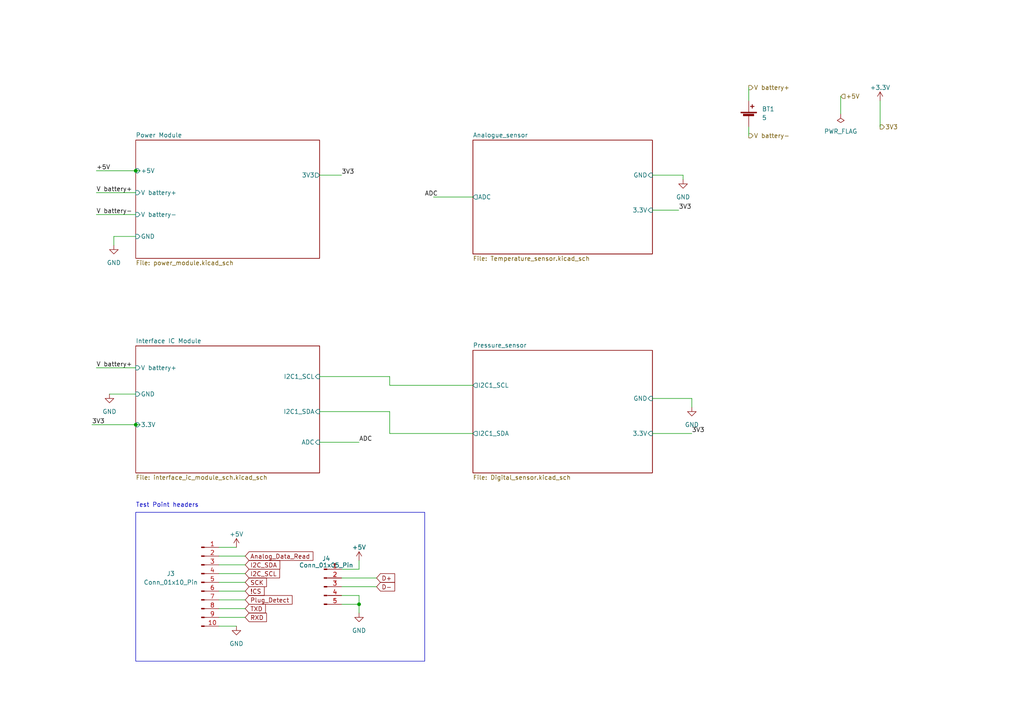
<source format=kicad_sch>
(kicad_sch (version 20230121) (generator eeschema)

  (uuid fb343421-d6b0-4cce-ac68-099621c469ba)

  (paper "A4")

  (title_block
    (title "HAT Modular")
    (date "2023-04-13")
    (rev "v0.21")
    (company "University of Cape Town")
    (comment 4 "Author: Joachim Gengan, Sayuri Moodley, Talon Sewnath")
  )

  (lib_symbols
    (symbol "Connector:Conn_01x05_Pin" (pin_names (offset 1.016) hide) (in_bom yes) (on_board yes)
      (property "Reference" "J" (at 0 7.62 0)
        (effects (font (size 1.27 1.27)))
      )
      (property "Value" "Conn_01x05_Pin" (at 0 -7.62 0)
        (effects (font (size 1.27 1.27)))
      )
      (property "Footprint" "" (at 0 0 0)
        (effects (font (size 1.27 1.27)) hide)
      )
      (property "Datasheet" "~" (at 0 0 0)
        (effects (font (size 1.27 1.27)) hide)
      )
      (property "ki_locked" "" (at 0 0 0)
        (effects (font (size 1.27 1.27)))
      )
      (property "ki_keywords" "connector" (at 0 0 0)
        (effects (font (size 1.27 1.27)) hide)
      )
      (property "ki_description" "Generic connector, single row, 01x05, script generated" (at 0 0 0)
        (effects (font (size 1.27 1.27)) hide)
      )
      (property "ki_fp_filters" "Connector*:*_1x??_*" (at 0 0 0)
        (effects (font (size 1.27 1.27)) hide)
      )
      (symbol "Conn_01x05_Pin_1_1"
        (polyline
          (pts
            (xy 1.27 -5.08)
            (xy 0.8636 -5.08)
          )
          (stroke (width 0.1524) (type default))
          (fill (type none))
        )
        (polyline
          (pts
            (xy 1.27 -2.54)
            (xy 0.8636 -2.54)
          )
          (stroke (width 0.1524) (type default))
          (fill (type none))
        )
        (polyline
          (pts
            (xy 1.27 0)
            (xy 0.8636 0)
          )
          (stroke (width 0.1524) (type default))
          (fill (type none))
        )
        (polyline
          (pts
            (xy 1.27 2.54)
            (xy 0.8636 2.54)
          )
          (stroke (width 0.1524) (type default))
          (fill (type none))
        )
        (polyline
          (pts
            (xy 1.27 5.08)
            (xy 0.8636 5.08)
          )
          (stroke (width 0.1524) (type default))
          (fill (type none))
        )
        (rectangle (start 0.8636 -4.953) (end 0 -5.207)
          (stroke (width 0.1524) (type default))
          (fill (type outline))
        )
        (rectangle (start 0.8636 -2.413) (end 0 -2.667)
          (stroke (width 0.1524) (type default))
          (fill (type outline))
        )
        (rectangle (start 0.8636 0.127) (end 0 -0.127)
          (stroke (width 0.1524) (type default))
          (fill (type outline))
        )
        (rectangle (start 0.8636 2.667) (end 0 2.413)
          (stroke (width 0.1524) (type default))
          (fill (type outline))
        )
        (rectangle (start 0.8636 5.207) (end 0 4.953)
          (stroke (width 0.1524) (type default))
          (fill (type outline))
        )
        (pin passive line (at 5.08 5.08 180) (length 3.81)
          (name "Pin_1" (effects (font (size 1.27 1.27))))
          (number "1" (effects (font (size 1.27 1.27))))
        )
        (pin passive line (at 5.08 2.54 180) (length 3.81)
          (name "Pin_2" (effects (font (size 1.27 1.27))))
          (number "2" (effects (font (size 1.27 1.27))))
        )
        (pin passive line (at 5.08 0 180) (length 3.81)
          (name "Pin_3" (effects (font (size 1.27 1.27))))
          (number "3" (effects (font (size 1.27 1.27))))
        )
        (pin passive line (at 5.08 -2.54 180) (length 3.81)
          (name "Pin_4" (effects (font (size 1.27 1.27))))
          (number "4" (effects (font (size 1.27 1.27))))
        )
        (pin passive line (at 5.08 -5.08 180) (length 3.81)
          (name "Pin_5" (effects (font (size 1.27 1.27))))
          (number "5" (effects (font (size 1.27 1.27))))
        )
      )
    )
    (symbol "Connector:Conn_01x10_Pin" (pin_names (offset 1.016) hide) (in_bom yes) (on_board yes)
      (property "Reference" "J" (at 0 12.7 0)
        (effects (font (size 1.27 1.27)))
      )
      (property "Value" "Conn_01x10_Pin" (at 0 -15.24 0)
        (effects (font (size 1.27 1.27)))
      )
      (property "Footprint" "" (at 0 0 0)
        (effects (font (size 1.27 1.27)) hide)
      )
      (property "Datasheet" "~" (at 0 0 0)
        (effects (font (size 1.27 1.27)) hide)
      )
      (property "ki_locked" "" (at 0 0 0)
        (effects (font (size 1.27 1.27)))
      )
      (property "ki_keywords" "connector" (at 0 0 0)
        (effects (font (size 1.27 1.27)) hide)
      )
      (property "ki_description" "Generic connector, single row, 01x10, script generated" (at 0 0 0)
        (effects (font (size 1.27 1.27)) hide)
      )
      (property "ki_fp_filters" "Connector*:*_1x??_*" (at 0 0 0)
        (effects (font (size 1.27 1.27)) hide)
      )
      (symbol "Conn_01x10_Pin_1_1"
        (polyline
          (pts
            (xy 1.27 -12.7)
            (xy 0.8636 -12.7)
          )
          (stroke (width 0.1524) (type default))
          (fill (type none))
        )
        (polyline
          (pts
            (xy 1.27 -10.16)
            (xy 0.8636 -10.16)
          )
          (stroke (width 0.1524) (type default))
          (fill (type none))
        )
        (polyline
          (pts
            (xy 1.27 -7.62)
            (xy 0.8636 -7.62)
          )
          (stroke (width 0.1524) (type default))
          (fill (type none))
        )
        (polyline
          (pts
            (xy 1.27 -5.08)
            (xy 0.8636 -5.08)
          )
          (stroke (width 0.1524) (type default))
          (fill (type none))
        )
        (polyline
          (pts
            (xy 1.27 -2.54)
            (xy 0.8636 -2.54)
          )
          (stroke (width 0.1524) (type default))
          (fill (type none))
        )
        (polyline
          (pts
            (xy 1.27 0)
            (xy 0.8636 0)
          )
          (stroke (width 0.1524) (type default))
          (fill (type none))
        )
        (polyline
          (pts
            (xy 1.27 2.54)
            (xy 0.8636 2.54)
          )
          (stroke (width 0.1524) (type default))
          (fill (type none))
        )
        (polyline
          (pts
            (xy 1.27 5.08)
            (xy 0.8636 5.08)
          )
          (stroke (width 0.1524) (type default))
          (fill (type none))
        )
        (polyline
          (pts
            (xy 1.27 7.62)
            (xy 0.8636 7.62)
          )
          (stroke (width 0.1524) (type default))
          (fill (type none))
        )
        (polyline
          (pts
            (xy 1.27 10.16)
            (xy 0.8636 10.16)
          )
          (stroke (width 0.1524) (type default))
          (fill (type none))
        )
        (rectangle (start 0.8636 -12.573) (end 0 -12.827)
          (stroke (width 0.1524) (type default))
          (fill (type outline))
        )
        (rectangle (start 0.8636 -10.033) (end 0 -10.287)
          (stroke (width 0.1524) (type default))
          (fill (type outline))
        )
        (rectangle (start 0.8636 -7.493) (end 0 -7.747)
          (stroke (width 0.1524) (type default))
          (fill (type outline))
        )
        (rectangle (start 0.8636 -4.953) (end 0 -5.207)
          (stroke (width 0.1524) (type default))
          (fill (type outline))
        )
        (rectangle (start 0.8636 -2.413) (end 0 -2.667)
          (stroke (width 0.1524) (type default))
          (fill (type outline))
        )
        (rectangle (start 0.8636 0.127) (end 0 -0.127)
          (stroke (width 0.1524) (type default))
          (fill (type outline))
        )
        (rectangle (start 0.8636 2.667) (end 0 2.413)
          (stroke (width 0.1524) (type default))
          (fill (type outline))
        )
        (rectangle (start 0.8636 5.207) (end 0 4.953)
          (stroke (width 0.1524) (type default))
          (fill (type outline))
        )
        (rectangle (start 0.8636 7.747) (end 0 7.493)
          (stroke (width 0.1524) (type default))
          (fill (type outline))
        )
        (rectangle (start 0.8636 10.287) (end 0 10.033)
          (stroke (width 0.1524) (type default))
          (fill (type outline))
        )
        (pin passive line (at 5.08 10.16 180) (length 3.81)
          (name "Pin_1" (effects (font (size 1.27 1.27))))
          (number "1" (effects (font (size 1.27 1.27))))
        )
        (pin passive line (at 5.08 -12.7 180) (length 3.81)
          (name "Pin_10" (effects (font (size 1.27 1.27))))
          (number "10" (effects (font (size 1.27 1.27))))
        )
        (pin passive line (at 5.08 7.62 180) (length 3.81)
          (name "Pin_2" (effects (font (size 1.27 1.27))))
          (number "2" (effects (font (size 1.27 1.27))))
        )
        (pin passive line (at 5.08 5.08 180) (length 3.81)
          (name "Pin_3" (effects (font (size 1.27 1.27))))
          (number "3" (effects (font (size 1.27 1.27))))
        )
        (pin passive line (at 5.08 2.54 180) (length 3.81)
          (name "Pin_4" (effects (font (size 1.27 1.27))))
          (number "4" (effects (font (size 1.27 1.27))))
        )
        (pin passive line (at 5.08 0 180) (length 3.81)
          (name "Pin_5" (effects (font (size 1.27 1.27))))
          (number "5" (effects (font (size 1.27 1.27))))
        )
        (pin passive line (at 5.08 -2.54 180) (length 3.81)
          (name "Pin_6" (effects (font (size 1.27 1.27))))
          (number "6" (effects (font (size 1.27 1.27))))
        )
        (pin passive line (at 5.08 -5.08 180) (length 3.81)
          (name "Pin_7" (effects (font (size 1.27 1.27))))
          (number "7" (effects (font (size 1.27 1.27))))
        )
        (pin passive line (at 5.08 -7.62 180) (length 3.81)
          (name "Pin_8" (effects (font (size 1.27 1.27))))
          (number "8" (effects (font (size 1.27 1.27))))
        )
        (pin passive line (at 5.08 -10.16 180) (length 3.81)
          (name "Pin_9" (effects (font (size 1.27 1.27))))
          (number "9" (effects (font (size 1.27 1.27))))
        )
      )
    )
    (symbol "Device:Battery_Cell" (pin_numbers hide) (pin_names (offset 0) hide) (in_bom yes) (on_board yes)
      (property "Reference" "BT" (at 2.54 2.54 0)
        (effects (font (size 1.27 1.27)) (justify left))
      )
      (property "Value" "Battery_Cell" (at 2.54 0 0)
        (effects (font (size 1.27 1.27)) (justify left))
      )
      (property "Footprint" "" (at 0 1.524 90)
        (effects (font (size 1.27 1.27)) hide)
      )
      (property "Datasheet" "~" (at 0 1.524 90)
        (effects (font (size 1.27 1.27)) hide)
      )
      (property "ki_keywords" "battery cell" (at 0 0 0)
        (effects (font (size 1.27 1.27)) hide)
      )
      (property "ki_description" "Single-cell battery" (at 0 0 0)
        (effects (font (size 1.27 1.27)) hide)
      )
      (symbol "Battery_Cell_0_1"
        (rectangle (start -2.286 1.778) (end 2.286 1.524)
          (stroke (width 0) (type default))
          (fill (type outline))
        )
        (rectangle (start -1.5748 1.1938) (end 1.4732 0.6858)
          (stroke (width 0) (type default))
          (fill (type outline))
        )
        (polyline
          (pts
            (xy 0 0.762)
            (xy 0 0)
          )
          (stroke (width 0) (type default))
          (fill (type none))
        )
        (polyline
          (pts
            (xy 0 1.778)
            (xy 0 2.54)
          )
          (stroke (width 0) (type default))
          (fill (type none))
        )
        (polyline
          (pts
            (xy 0.508 3.429)
            (xy 1.524 3.429)
          )
          (stroke (width 0.254) (type default))
          (fill (type none))
        )
        (polyline
          (pts
            (xy 1.016 3.937)
            (xy 1.016 2.921)
          )
          (stroke (width 0.254) (type default))
          (fill (type none))
        )
      )
      (symbol "Battery_Cell_1_1"
        (pin passive line (at 0 5.08 270) (length 2.54)
          (name "+" (effects (font (size 1.27 1.27))))
          (number "1" (effects (font (size 1.27 1.27))))
        )
        (pin passive line (at 0 -2.54 90) (length 2.54)
          (name "-" (effects (font (size 1.27 1.27))))
          (number "2" (effects (font (size 1.27 1.27))))
        )
      )
    )
    (symbol "power:+3.3V" (power) (pin_names (offset 0)) (in_bom yes) (on_board yes)
      (property "Reference" "#PWR" (at 0 -3.81 0)
        (effects (font (size 1.27 1.27)) hide)
      )
      (property "Value" "+3.3V" (at 0 3.556 0)
        (effects (font (size 1.27 1.27)))
      )
      (property "Footprint" "" (at 0 0 0)
        (effects (font (size 1.27 1.27)) hide)
      )
      (property "Datasheet" "" (at 0 0 0)
        (effects (font (size 1.27 1.27)) hide)
      )
      (property "ki_keywords" "global power" (at 0 0 0)
        (effects (font (size 1.27 1.27)) hide)
      )
      (property "ki_description" "Power symbol creates a global label with name \"+3.3V\"" (at 0 0 0)
        (effects (font (size 1.27 1.27)) hide)
      )
      (symbol "+3.3V_0_1"
        (polyline
          (pts
            (xy -0.762 1.27)
            (xy 0 2.54)
          )
          (stroke (width 0) (type default))
          (fill (type none))
        )
        (polyline
          (pts
            (xy 0 0)
            (xy 0 2.54)
          )
          (stroke (width 0) (type default))
          (fill (type none))
        )
        (polyline
          (pts
            (xy 0 2.54)
            (xy 0.762 1.27)
          )
          (stroke (width 0) (type default))
          (fill (type none))
        )
      )
      (symbol "+3.3V_1_1"
        (pin power_in line (at 0 0 90) (length 0) hide
          (name "+3.3V" (effects (font (size 1.27 1.27))))
          (number "1" (effects (font (size 1.27 1.27))))
        )
      )
    )
    (symbol "power:+5V" (power) (pin_names (offset 0)) (in_bom yes) (on_board yes)
      (property "Reference" "#PWR" (at 0 -3.81 0)
        (effects (font (size 1.27 1.27)) hide)
      )
      (property "Value" "+5V" (at 0 3.556 0)
        (effects (font (size 1.27 1.27)))
      )
      (property "Footprint" "" (at 0 0 0)
        (effects (font (size 1.27 1.27)) hide)
      )
      (property "Datasheet" "" (at 0 0 0)
        (effects (font (size 1.27 1.27)) hide)
      )
      (property "ki_keywords" "global power" (at 0 0 0)
        (effects (font (size 1.27 1.27)) hide)
      )
      (property "ki_description" "Power symbol creates a global label with name \"+5V\"" (at 0 0 0)
        (effects (font (size 1.27 1.27)) hide)
      )
      (symbol "+5V_0_1"
        (polyline
          (pts
            (xy -0.762 1.27)
            (xy 0 2.54)
          )
          (stroke (width 0) (type default))
          (fill (type none))
        )
        (polyline
          (pts
            (xy 0 0)
            (xy 0 2.54)
          )
          (stroke (width 0) (type default))
          (fill (type none))
        )
        (polyline
          (pts
            (xy 0 2.54)
            (xy 0.762 1.27)
          )
          (stroke (width 0) (type default))
          (fill (type none))
        )
      )
      (symbol "+5V_1_1"
        (pin power_in line (at 0 0 90) (length 0) hide
          (name "+5V" (effects (font (size 1.27 1.27))))
          (number "1" (effects (font (size 1.27 1.27))))
        )
      )
    )
    (symbol "power:GND" (power) (pin_names (offset 0)) (in_bom yes) (on_board yes)
      (property "Reference" "#PWR" (at 0 -6.35 0)
        (effects (font (size 1.27 1.27)) hide)
      )
      (property "Value" "GND" (at 0 -3.81 0)
        (effects (font (size 1.27 1.27)))
      )
      (property "Footprint" "" (at 0 0 0)
        (effects (font (size 1.27 1.27)) hide)
      )
      (property "Datasheet" "" (at 0 0 0)
        (effects (font (size 1.27 1.27)) hide)
      )
      (property "ki_keywords" "global power" (at 0 0 0)
        (effects (font (size 1.27 1.27)) hide)
      )
      (property "ki_description" "Power symbol creates a global label with name \"GND\" , ground" (at 0 0 0)
        (effects (font (size 1.27 1.27)) hide)
      )
      (symbol "GND_0_1"
        (polyline
          (pts
            (xy 0 0)
            (xy 0 -1.27)
            (xy 1.27 -1.27)
            (xy 0 -2.54)
            (xy -1.27 -1.27)
            (xy 0 -1.27)
          )
          (stroke (width 0) (type default))
          (fill (type none))
        )
      )
      (symbol "GND_1_1"
        (pin power_in line (at 0 0 270) (length 0) hide
          (name "GND" (effects (font (size 1.27 1.27))))
          (number "1" (effects (font (size 1.27 1.27))))
        )
      )
    )
    (symbol "power:PWR_FLAG" (power) (pin_numbers hide) (pin_names (offset 0) hide) (in_bom yes) (on_board yes)
      (property "Reference" "#FLG" (at 0 1.905 0)
        (effects (font (size 1.27 1.27)) hide)
      )
      (property "Value" "PWR_FLAG" (at 0 3.81 0)
        (effects (font (size 1.27 1.27)))
      )
      (property "Footprint" "" (at 0 0 0)
        (effects (font (size 1.27 1.27)) hide)
      )
      (property "Datasheet" "~" (at 0 0 0)
        (effects (font (size 1.27 1.27)) hide)
      )
      (property "ki_keywords" "flag power" (at 0 0 0)
        (effects (font (size 1.27 1.27)) hide)
      )
      (property "ki_description" "Special symbol for telling ERC where power comes from" (at 0 0 0)
        (effects (font (size 1.27 1.27)) hide)
      )
      (symbol "PWR_FLAG_0_0"
        (pin power_out line (at 0 0 90) (length 0)
          (name "pwr" (effects (font (size 1.27 1.27))))
          (number "1" (effects (font (size 1.27 1.27))))
        )
      )
      (symbol "PWR_FLAG_0_1"
        (polyline
          (pts
            (xy 0 0)
            (xy 0 1.27)
            (xy -1.016 1.905)
            (xy 0 2.54)
            (xy 1.016 1.905)
            (xy 0 1.27)
          )
          (stroke (width 0) (type default))
          (fill (type none))
        )
      )
    )
  )

  (junction (at 104.14 175.26) (diameter 0) (color 0 0 0 0)
    (uuid 0283eed1-0ddf-483e-bc90-8c57379e0ccb)
  )
  (junction (at 39.37 123.19) (diameter 0) (color 0 0 0 0)
    (uuid 78e57690-422a-4b8f-bafc-48029c13ca36)
  )
  (junction (at 39.37 49.53) (diameter 0) (color 0 0 0 0)
    (uuid d845ae22-72fa-486e-aa29-81d6e028318c)
  )

  (wire (pts (xy 27.94 49.53) (xy 39.37 49.53))
    (stroke (width 0) (type default))
    (uuid 0aaf2654-b004-46cc-b8ab-14d7c924cd5a)
  )
  (wire (pts (xy 63.5 158.75) (xy 68.58 158.75))
    (stroke (width 0) (type default))
    (uuid 0be473e0-95f0-4f4e-ab3c-5b62cbf6cb7e)
  )
  (wire (pts (xy 113.03 125.73) (xy 137.16 125.73))
    (stroke (width 0) (type default))
    (uuid 0ea99f70-cb13-4195-90e1-89537f8406cc)
  )
  (wire (pts (xy 113.03 119.38) (xy 113.03 125.73))
    (stroke (width 0) (type default))
    (uuid 16c95cda-9b55-4642-b5a7-2acd4e113d65)
  )
  (wire (pts (xy 198.12 50.8) (xy 198.12 52.07))
    (stroke (width 0) (type default))
    (uuid 2aa02ea0-e12f-414c-ba74-b16502ce65d8)
  )
  (wire (pts (xy 217.17 36.83) (xy 217.17 39.37))
    (stroke (width 0) (type default))
    (uuid 2be375dc-f3d6-49f2-8725-49ccff91aaf3)
  )
  (wire (pts (xy 27.94 106.68) (xy 39.37 106.68))
    (stroke (width 0) (type default))
    (uuid 2e57ca93-1a48-408e-916d-1ccd0c84214d)
  )
  (wire (pts (xy 243.84 27.94) (xy 243.84 33.02))
    (stroke (width 0) (type default))
    (uuid 2fbb0b60-ab23-47cc-930a-2bbf7180f985)
  )
  (wire (pts (xy 104.14 172.72) (xy 104.14 175.26))
    (stroke (width 0) (type default))
    (uuid 2ff9624e-a4ea-4560-b7cf-750f7e2fbfd9)
  )
  (wire (pts (xy 99.06 165.1) (xy 104.14 165.1))
    (stroke (width 0) (type default))
    (uuid 32bbc516-f75d-4f68-8ec6-ec5bf761b3bf)
  )
  (wire (pts (xy 99.06 175.26) (xy 104.14 175.26))
    (stroke (width 0) (type default))
    (uuid 385ca6a7-cd88-49c1-9e69-0c601a698671)
  )
  (wire (pts (xy 113.03 111.76) (xy 137.16 111.76))
    (stroke (width 0) (type default))
    (uuid 393d254f-61f3-4a9e-8007-0f57addb5a2d)
  )
  (wire (pts (xy 104.14 175.26) (xy 104.14 177.8))
    (stroke (width 0) (type default))
    (uuid 3b6ebae5-66a6-41b8-9a7d-87b910a5d0e7)
  )
  (wire (pts (xy 39.37 49.53) (xy 40.64 49.53))
    (stroke (width 0) (type default))
    (uuid 3f7a624b-2276-4d08-849f-db9a51e5a748)
  )
  (wire (pts (xy 189.23 60.96) (xy 196.85 60.96))
    (stroke (width 0) (type default))
    (uuid 44e2cd24-e41c-4e71-9f47-7dac0779b500)
  )
  (wire (pts (xy 92.71 128.27) (xy 104.14 128.27))
    (stroke (width 0) (type default))
    (uuid 462d965e-c604-41cd-9209-ecbf83b1a24f)
  )
  (wire (pts (xy 63.5 163.83) (xy 71.12 163.83))
    (stroke (width 0) (type default))
    (uuid 4ad36139-79dd-4ba8-9139-1806ffd26789)
  )
  (wire (pts (xy 189.23 115.57) (xy 200.66 115.57))
    (stroke (width 0) (type default))
    (uuid 4bd4ba39-c355-4dc3-9de5-78a3c74317dc)
  )
  (wire (pts (xy 255.27 29.21) (xy 255.27 36.83))
    (stroke (width 0) (type default))
    (uuid 4ddeacad-0c9c-4709-9b33-2657158e10ce)
  )
  (wire (pts (xy 27.94 55.88) (xy 39.37 55.88))
    (stroke (width 0) (type default))
    (uuid 53a7ce49-f310-472a-89e2-9e338dc772c0)
  )
  (wire (pts (xy 63.5 171.45) (xy 71.12 171.45))
    (stroke (width 0) (type default))
    (uuid 5d917a69-6945-4e30-874e-3fe65569b2d1)
  )
  (wire (pts (xy 200.66 115.57) (xy 200.66 118.11))
    (stroke (width 0) (type default))
    (uuid 6049e2a1-95de-475f-a6c0-aa0359d4f924)
  )
  (wire (pts (xy 71.12 176.53) (xy 63.5 176.53))
    (stroke (width 0) (type default))
    (uuid 60caebf9-0f0b-447d-8bca-0f433bb859cd)
  )
  (wire (pts (xy 39.37 123.19) (xy 40.64 123.19))
    (stroke (width 0) (type default))
    (uuid 69866fd0-72b8-42a9-a5b1-3b9139b7d2e2)
  )
  (wire (pts (xy 39.37 114.3) (xy 31.75 114.3))
    (stroke (width 0) (type default))
    (uuid 73acba41-22aa-4cb4-9747-58199c2370a5)
  )
  (wire (pts (xy 104.14 165.1) (xy 104.14 162.56))
    (stroke (width 0) (type default))
    (uuid 7577c9ae-2c13-40b9-b903-ded9c3043ad9)
  )
  (wire (pts (xy 63.5 181.61) (xy 68.58 181.61))
    (stroke (width 0) (type default))
    (uuid 79168028-b690-4b28-811e-49a819b1a4d8)
  )
  (wire (pts (xy 63.5 166.37) (xy 71.12 166.37))
    (stroke (width 0) (type default))
    (uuid 87f8fa12-d022-4632-983b-abee3707a4bf)
  )
  (wire (pts (xy 99.06 172.72) (xy 104.14 172.72))
    (stroke (width 0) (type default))
    (uuid 8a3cc6f8-4b47-41f1-bd43-bae1303c2681)
  )
  (wire (pts (xy 189.23 125.73) (xy 200.66 125.73))
    (stroke (width 0) (type default))
    (uuid a4ee0cab-2b28-4984-8ff2-8741a5e82393)
  )
  (wire (pts (xy 71.12 179.07) (xy 63.5 179.07))
    (stroke (width 0) (type default))
    (uuid b17372d9-41a4-494e-b7b9-d19ace4c5049)
  )
  (wire (pts (xy 92.71 109.22) (xy 113.03 109.22))
    (stroke (width 0) (type default))
    (uuid b2ae7632-246e-4cc8-9327-69f8f72d1b9c)
  )
  (wire (pts (xy 63.5 168.91) (xy 71.12 168.91))
    (stroke (width 0) (type default))
    (uuid b599236f-dc85-4059-8403-c1f9c882b6d6)
  )
  (wire (pts (xy 99.06 170.18) (xy 109.22 170.18))
    (stroke (width 0) (type default))
    (uuid b83aa66b-a3de-4b88-988a-7ea572647b35)
  )
  (wire (pts (xy 26.67 123.19) (xy 39.37 123.19))
    (stroke (width 0) (type default))
    (uuid baca937e-467e-4b82-8c56-f77705fac6a9)
  )
  (wire (pts (xy 92.71 50.8) (xy 99.06 50.8))
    (stroke (width 0) (type default))
    (uuid bcd50e69-b8f6-4b04-992c-fa3509697f5d)
  )
  (wire (pts (xy 113.03 109.22) (xy 113.03 111.76))
    (stroke (width 0) (type default))
    (uuid c34845d9-8828-4a05-876c-8174aa1d11f9)
  )
  (wire (pts (xy 92.71 119.38) (xy 113.03 119.38))
    (stroke (width 0) (type default))
    (uuid cac41408-b8c6-4ea1-85dd-d83806cc0865)
  )
  (wire (pts (xy 189.23 50.8) (xy 198.12 50.8))
    (stroke (width 0) (type default))
    (uuid d1f86182-4c4a-405e-a280-574cf35b0ec1)
  )
  (wire (pts (xy 63.5 161.29) (xy 71.12 161.29))
    (stroke (width 0) (type default))
    (uuid d33365b7-a316-4456-b140-9c8bdf62efa7)
  )
  (wire (pts (xy 71.12 173.99) (xy 63.5 173.99))
    (stroke (width 0) (type default))
    (uuid d45ce59b-7749-4ae1-af6c-aa0c3ff3fbeb)
  )
  (wire (pts (xy 27.94 62.23) (xy 39.37 62.23))
    (stroke (width 0) (type default))
    (uuid d6a6c29c-d6f4-4e41-8443-fe2238da26b4)
  )
  (wire (pts (xy 217.17 25.4) (xy 217.17 29.21))
    (stroke (width 0) (type default))
    (uuid dd0d693c-5080-4082-8e91-aa5d15f58ee1)
  )
  (wire (pts (xy 125.73 57.15) (xy 137.16 57.15))
    (stroke (width 0) (type default))
    (uuid edf0d8d7-f1e9-4def-8aec-ff35f9e60af8)
  )
  (wire (pts (xy 33.02 68.58) (xy 33.02 71.12))
    (stroke (width 0) (type default))
    (uuid f7adda22-e244-45ab-a42c-83306b30e84d)
  )
  (wire (pts (xy 99.06 167.64) (xy 109.22 167.64))
    (stroke (width 0) (type default))
    (uuid fb95e321-5919-40af-ba03-c74a7cc40091)
  )
  (wire (pts (xy 39.37 68.58) (xy 33.02 68.58))
    (stroke (width 0) (type default))
    (uuid ff39cc82-e731-4951-bbab-feb4eafea2e1)
  )

  (rectangle (start 39.37 148.59) (end 123.19 191.77)
    (stroke (width 0) (type default))
    (fill (type none))
    (uuid 0e7d5855-f328-4e1b-858f-107a3e62454b)
  )

  (text "Test Point headers\n" (at 39.37 147.32 0)
    (effects (font (size 1.27 1.27)) (justify left bottom))
    (uuid c50a3373-4c85-46bf-909c-8f8a0f625467)
  )

  (label "V battery+" (at 27.94 55.88 0) (fields_autoplaced)
    (effects (font (size 1.27 1.27)) (justify left bottom))
    (uuid 0c7b588a-9aeb-47fe-9d19-ef15fdc0ecca)
  )
  (label "3V3" (at 99.06 50.8 0) (fields_autoplaced)
    (effects (font (size 1.27 1.27)) (justify left bottom))
    (uuid 4ecc7dfa-f519-40bb-9e0f-c9c7827465b6)
  )
  (label "3V3" (at 200.66 125.73 0) (fields_autoplaced)
    (effects (font (size 1.27 1.27)) (justify left bottom))
    (uuid 6419cc4c-2164-407c-bdcf-0b2c7ed9d5f6)
  )
  (label "3V3" (at 26.67 123.19 0) (fields_autoplaced)
    (effects (font (size 1.27 1.27)) (justify left bottom))
    (uuid 655bfed7-1348-4b98-9500-83d5d15bff1d)
  )
  (label "3V3" (at 196.85 60.96 0) (fields_autoplaced)
    (effects (font (size 1.27 1.27)) (justify left bottom))
    (uuid 6d383eae-4652-41fd-808e-811d42e645d1)
  )
  (label "ADC" (at 127 57.15 180) (fields_autoplaced)
    (effects (font (size 1.27 1.27)) (justify right bottom))
    (uuid 86a3c2f2-c580-48b0-8f46-87d42fed5c7d)
  )
  (label "V battery+" (at 27.94 106.68 0) (fields_autoplaced)
    (effects (font (size 1.27 1.27)) (justify left bottom))
    (uuid 9ce3bf48-f116-46b9-bdd5-751a8138bc45)
  )
  (label "ADC" (at 104.14 128.27 0) (fields_autoplaced)
    (effects (font (size 1.27 1.27)) (justify left bottom))
    (uuid afc903ef-d39b-4c3a-bcc6-ee47142632bd)
  )
  (label "+5V" (at 27.94 49.53 0) (fields_autoplaced)
    (effects (font (size 1.27 1.27)) (justify left bottom))
    (uuid d5cdc8aa-7ce0-4fa0-bb56-bd49fc28cd44)
  )
  (label "V battery-" (at 27.94 62.23 0) (fields_autoplaced)
    (effects (font (size 1.27 1.27)) (justify left bottom))
    (uuid dd148464-69fd-490b-9f4e-45a7cff7ca10)
  )

  (global_label "I2C_SCL" (shape input) (at 71.12 166.37 0) (fields_autoplaced)
    (effects (font (size 1.27 1.27)) (justify left))
    (uuid 04a0731b-b2ce-47f9-a0f3-f669e8a0a891)
    (property "Intersheetrefs" "${INTERSHEET_REFS}" (at 80.9311 166.37 0)
      (effects (font (size 1.27 1.27)) (justify left) hide)
    )
  )
  (global_label "Analog_Data_Read" (shape input) (at 71.12 161.29 0) (fields_autoplaced)
    (effects (font (size 1.27 1.27)) (justify left))
    (uuid 1ccd44f0-7fee-4911-ad93-57e1918c4e95)
    (property "Intersheetrefs" "${INTERSHEET_REFS}" (at 90.6069 161.29 0)
      (effects (font (size 1.27 1.27)) (justify left) hide)
    )
  )
  (global_label "Plug_Detect" (shape input) (at 71.12 173.99 0) (fields_autoplaced)
    (effects (font (size 1.27 1.27)) (justify left))
    (uuid 575c431c-1949-4b03-a4c4-647e9642b2ea)
    (property "Intersheetrefs" "${INTERSHEET_REFS}" (at 84.5596 173.99 0)
      (effects (font (size 1.27 1.27)) (justify left) hide)
    )
  )
  (global_label "I2C_SDA" (shape input) (at 71.12 163.83 0) (fields_autoplaced)
    (effects (font (size 1.27 1.27)) (justify left))
    (uuid 6bc65d25-7cf5-41c3-966d-d6176915f950)
    (property "Intersheetrefs" "${INTERSHEET_REFS}" (at 80.9916 163.83 0)
      (effects (font (size 1.27 1.27)) (justify left) hide)
    )
  )
  (global_label "TXD" (shape input) (at 71.12 176.53 0) (fields_autoplaced)
    (effects (font (size 1.27 1.27)) (justify left))
    (uuid 930c7cae-dc18-45a7-be88-0dec570448cd)
    (property "Intersheetrefs" "${INTERSHEET_REFS}" (at 76.8187 176.53 0)
      (effects (font (size 1.27 1.27)) (justify left) hide)
    )
  )
  (global_label "!CS" (shape input) (at 71.12 171.45 0) (fields_autoplaced)
    (effects (font (size 1.27 1.27)) (justify left))
    (uuid a7c244c1-da22-419f-94cb-1e507b000462)
    (property "Intersheetrefs" "${INTERSHEET_REFS}" (at 76.4559 171.45 0)
      (effects (font (size 1.27 1.27)) (justify left) hide)
    )
  )
  (global_label "RXD" (shape input) (at 71.12 179.07 0) (fields_autoplaced)
    (effects (font (size 1.27 1.27)) (justify left))
    (uuid ca6345f5-d54b-446a-aef6-63603cb40c45)
    (property "Intersheetrefs" "${INTERSHEET_REFS}" (at 77.1211 179.07 0)
      (effects (font (size 1.27 1.27)) (justify left) hide)
    )
  )
  (global_label "D+" (shape input) (at 109.22 167.64 0) (fields_autoplaced)
    (effects (font (size 1.27 1.27)) (justify left))
    (uuid d539c09b-ccc9-4d80-b145-0bb345456773)
    (property "Intersheetrefs" "${INTERSHEET_REFS}" (at 114.314 167.64 0)
      (effects (font (size 1.27 1.27)) (justify left) hide)
    )
  )
  (global_label "D-" (shape input) (at 109.22 170.18 0) (fields_autoplaced)
    (effects (font (size 1.27 1.27)) (justify left))
    (uuid e7f10708-8fd9-4702-8977-c2d546b0d2c0)
    (property "Intersheetrefs" "${INTERSHEET_REFS}" (at 114.314 170.18 0)
      (effects (font (size 1.27 1.27)) (justify left) hide)
    )
  )
  (global_label "SCK" (shape input) (at 71.12 168.91 0) (fields_autoplaced)
    (effects (font (size 1.27 1.27)) (justify left))
    (uuid ea55b810-1328-482b-a1e1-45c18ecfeab9)
    (property "Intersheetrefs" "${INTERSHEET_REFS}" (at 77.1211 168.91 0)
      (effects (font (size 1.27 1.27)) (justify left) hide)
    )
  )

  (hierarchical_label "V battery+" (shape output) (at 217.17 25.4 0) (fields_autoplaced)
    (effects (font (size 1.27 1.27)) (justify left))
    (uuid 37823f4a-cdee-4764-8ba2-5e8514ea1cce)
  )
  (hierarchical_label "V battery-" (shape output) (at 217.17 39.37 0) (fields_autoplaced)
    (effects (font (size 1.27 1.27)) (justify left))
    (uuid b158001c-9bbe-4a27-a11e-cf0ef449d378)
  )
  (hierarchical_label "3V3" (shape output) (at 255.27 36.83 0) (fields_autoplaced)
    (effects (font (size 1.27 1.27)) (justify left))
    (uuid e14cd2f1-828f-4e18-a833-e56b92ffd610)
  )
  (hierarchical_label "+5V" (shape input) (at 243.84 27.94 0) (fields_autoplaced)
    (effects (font (size 1.27 1.27)) (justify left))
    (uuid f54199e7-003d-4dc7-99b7-99bccca62df5)
  )

  (symbol (lib_id "Connector:Conn_01x05_Pin") (at 93.98 170.18 0) (unit 1)
    (in_bom yes) (on_board yes) (dnp no) (fields_autoplaced)
    (uuid 007417fe-b645-4771-baf1-c7cf97cc19c0)
    (property "Reference" "J4" (at 94.615 162.0139 0)
      (effects (font (size 1.27 1.27)))
    )
    (property "Value" "Conn_01x05_Pin" (at 94.615 163.9349 0)
      (effects (font (size 1.27 1.27)))
    )
    (property "Footprint" "Connector_PinHeader_2.54mm:PinHeader_1x05_P2.54mm_Vertical" (at 93.98 170.18 0)
      (effects (font (size 1.27 1.27)) hide)
    )
    (property "Datasheet" "~" (at 93.98 170.18 0)
      (effects (font (size 1.27 1.27)) hide)
    )
    (property "Component Name" "Pin Header 1x5" (at 93.98 170.18 0)
      (effects (font (size 1.27 1.27)) hide)
    )
    (property "Cost Per unit" "U$0.0275" (at 93.98 170.18 0)
      (effects (font (size 1.27 1.27)) hide)
    )
    (property "Cost per Board" " U$0.0275" (at 93.98 170.18 0)
      (effects (font (size 1.27 1.27)) hide)
    )
    (property "Five Board Cost" " U$0.1375" (at 93.98 170.18 0)
      (effects (font (size 1.27 1.27)) hide)
    )
    (property "LCSC" "C5156614" (at 93.98 170.18 0)
      (effects (font (size 1.27 1.27)) hide)
    )
    (pin "1" (uuid 50c3ef3d-7f94-4bb7-acaf-56de9f5c8f51))
    (pin "2" (uuid 86445a26-9986-4186-a7da-3eb875bf93ef))
    (pin "3" (uuid 993ca6c8-b56b-43c3-9369-a1950345dd99))
    (pin "4" (uuid 8984c8f5-ae96-4336-84b6-7078a66e82d3))
    (pin "5" (uuid b309d653-f784-4131-acef-7f7a09145a56))
    (instances
      (project "EnviroHAT"
        (path "/a74e31c2-fcf5-43a5-9331-08916f60248b/2be14b9c-d14d-472f-bc9b-c8a5f77e7f2d"
          (reference "J4") (unit 1)
        )
      )
      (project "main_v0.6"
        (path "/fb343421-d6b0-4cce-ac68-099621c469ba"
          (reference "J4") (unit 1)
        )
      )
    )
  )

  (symbol (lib_id "power:GND") (at 33.02 71.12 0) (unit 1)
    (in_bom yes) (on_board yes) (dnp no) (fields_autoplaced)
    (uuid 0ace63e8-8df3-43c0-9779-8078ba000fdf)
    (property "Reference" "#PWR06" (at 33.02 77.47 0)
      (effects (font (size 1.27 1.27)) hide)
    )
    (property "Value" "GND" (at 33.02 76.2 0)
      (effects (font (size 1.27 1.27)))
    )
    (property "Footprint" "" (at 33.02 71.12 0)
      (effects (font (size 1.27 1.27)) hide)
    )
    (property "Datasheet" "" (at 33.02 71.12 0)
      (effects (font (size 1.27 1.27)) hide)
    )
    (pin "1" (uuid 74cac209-4c6d-46ac-8460-2954459968b5))
    (instances
      (project "main_v0.6"
        (path "/fb343421-d6b0-4cce-ac68-099621c469ba"
          (reference "#PWR06") (unit 1)
        )
      )
    )
  )

  (symbol (lib_id "power:GND") (at 104.14 177.8 0) (unit 1)
    (in_bom yes) (on_board yes) (dnp no) (fields_autoplaced)
    (uuid 2b12796f-64ef-44ec-ba89-4b78599c4fbe)
    (property "Reference" "#PWR03" (at 104.14 184.15 0)
      (effects (font (size 1.27 1.27)) hide)
    )
    (property "Value" "GND" (at 104.14 182.88 0)
      (effects (font (size 1.27 1.27)))
    )
    (property "Footprint" "" (at 104.14 177.8 0)
      (effects (font (size 1.27 1.27)) hide)
    )
    (property "Datasheet" "" (at 104.14 177.8 0)
      (effects (font (size 1.27 1.27)) hide)
    )
    (pin "1" (uuid 8f844d3d-d189-4e08-aac0-06ad4cbf0171))
    (instances
      (project "EnviroHAT"
        (path "/a74e31c2-fcf5-43a5-9331-08916f60248b/1f29c7bb-3a0b-4611-ad74-2baaa71e5961"
          (reference "#PWR03") (unit 1)
        )
        (path "/a74e31c2-fcf5-43a5-9331-08916f60248b/2be14b9c-d14d-472f-bc9b-c8a5f77e7f2d"
          (reference "#PWR043") (unit 1)
        )
      )
      (project "Wk3"
        (path "/c0cfcaff-cbfc-454f-89d3-3bb65d015904"
          (reference "#PWR?") (unit 1)
        )
      )
      (project "main_v0.6"
        (path "/fb343421-d6b0-4cce-ac68-099621c469ba"
          (reference "#PWR010") (unit 1)
        )
      )
    )
  )

  (symbol (lib_id "power:+5V") (at 104.14 162.56 0) (unit 1)
    (in_bom yes) (on_board yes) (dnp no) (fields_autoplaced)
    (uuid 38f5e738-8d27-4129-881d-4fd3d42e8459)
    (property "Reference" "#PWR02" (at 104.14 166.37 0)
      (effects (font (size 1.27 1.27)) hide)
    )
    (property "Value" "+5V" (at 104.14 158.75 0)
      (effects (font (size 1.27 1.27)))
    )
    (property "Footprint" "" (at 104.14 162.56 0)
      (effects (font (size 1.27 1.27)) hide)
    )
    (property "Datasheet" "" (at 104.14 162.56 0)
      (effects (font (size 1.27 1.27)) hide)
    )
    (pin "1" (uuid 9ab5fe25-88f7-4b75-bc47-93c920d69d6e))
    (instances
      (project "EnviroHAT"
        (path "/a74e31c2-fcf5-43a5-9331-08916f60248b/1f29c7bb-3a0b-4611-ad74-2baaa71e5961"
          (reference "#PWR02") (unit 1)
        )
        (path "/a74e31c2-fcf5-43a5-9331-08916f60248b/2be14b9c-d14d-472f-bc9b-c8a5f77e7f2d"
          (reference "#PWR042") (unit 1)
        )
      )
      (project "Wk3"
        (path "/c0cfcaff-cbfc-454f-89d3-3bb65d015904"
          (reference "#PWR?") (unit 1)
        )
      )
      (project "main_v0.6"
        (path "/fb343421-d6b0-4cce-ac68-099621c469ba"
          (reference "#PWR09") (unit 1)
        )
      )
    )
  )

  (symbol (lib_id "Device:Battery_Cell") (at 217.17 34.29 0) (unit 1)
    (in_bom yes) (on_board yes) (dnp no) (fields_autoplaced)
    (uuid 627815ab-82c2-4d74-9865-24b1294534fe)
    (property "Reference" "BT1" (at 220.98 31.623 0)
      (effects (font (size 1.27 1.27)) (justify left))
    )
    (property "Value" "5" (at 220.98 34.163 0)
      (effects (font (size 1.27 1.27)) (justify left))
    )
    (property "Footprint" "newLibrary:18650_HOLDER_TH" (at 217.17 32.766 90)
      (effects (font (size 1.27 1.27)) hide)
    )
    (property "Datasheet" "~" (at 217.17 32.766 90)
      (effects (font (size 1.27 1.27)) hide)
    )
    (property "Cost per Board" "0.0381" (at 217.17 34.29 0)
      (effects (font (size 1.27 1.27)) hide)
    )
    (property "Five Board Cost" "0.1905" (at 217.17 34.29 0)
      (effects (font (size 1.27 1.27)) hide)
    )
    (property "JLC PCB Part Number" "NA" (at 217.17 34.29 0)
      (effects (font (size 1.27 1.27)) hide)
    )
    (property "Component Name" "Battery" (at 217.17 34.29 0)
      (effects (font (size 1.27 1.27)) hide)
    )
    (pin "1" (uuid e349f6b4-1902-40d8-bcf8-8dd80397f803))
    (pin "2" (uuid 9cb70e5f-a98b-4df5-815b-6bb9305d1a83))
    (instances
      (project "PowerSchematicNew"
        (path "/848dbeb4-3c7b-453e-a09a-373eb322a767"
          (reference "BT1") (unit 1)
        )
      )
      (project "main_v0.6"
        (path "/fb343421-d6b0-4cce-ac68-099621c469ba/c0fcc5fd-e6d1-4c97-b691-b667c316491e"
          (reference "BT1") (unit 1)
        )
        (path "/fb343421-d6b0-4cce-ac68-099621c469ba"
          (reference "BT1") (unit 1)
        )
      )
    )
  )

  (symbol (lib_id "power:+5V") (at 68.58 158.75 0) (unit 1)
    (in_bom yes) (on_board yes) (dnp no) (fields_autoplaced)
    (uuid 7c772cf1-d19c-4d57-ac89-86e81f6cdd94)
    (property "Reference" "#PWR02" (at 68.58 162.56 0)
      (effects (font (size 1.27 1.27)) hide)
    )
    (property "Value" "+5V" (at 68.58 154.94 0)
      (effects (font (size 1.27 1.27)))
    )
    (property "Footprint" "" (at 68.58 158.75 0)
      (effects (font (size 1.27 1.27)) hide)
    )
    (property "Datasheet" "" (at 68.58 158.75 0)
      (effects (font (size 1.27 1.27)) hide)
    )
    (pin "1" (uuid 1075524d-f140-43a7-9c79-86216c44f515))
    (instances
      (project "EnviroHAT"
        (path "/a74e31c2-fcf5-43a5-9331-08916f60248b/1f29c7bb-3a0b-4611-ad74-2baaa71e5961"
          (reference "#PWR02") (unit 1)
        )
        (path "/a74e31c2-fcf5-43a5-9331-08916f60248b/2be14b9c-d14d-472f-bc9b-c8a5f77e7f2d"
          (reference "#PWR08") (unit 1)
        )
      )
      (project "Wk3"
        (path "/c0cfcaff-cbfc-454f-89d3-3bb65d015904"
          (reference "#PWR?") (unit 1)
        )
      )
      (project "main_v0.6"
        (path "/fb343421-d6b0-4cce-ac68-099621c469ba"
          (reference "#PWR04") (unit 1)
        )
      )
    )
  )

  (symbol (lib_id "power:GND") (at 200.66 118.11 0) (unit 1)
    (in_bom yes) (on_board yes) (dnp no) (fields_autoplaced)
    (uuid 866114c3-cdb0-41e7-9435-1aeeae9357c3)
    (property "Reference" "#PWR02" (at 200.66 124.46 0)
      (effects (font (size 1.27 1.27)) hide)
    )
    (property "Value" "GND" (at 200.66 123.19 0)
      (effects (font (size 1.27 1.27)))
    )
    (property "Footprint" "" (at 200.66 118.11 0)
      (effects (font (size 1.27 1.27)) hide)
    )
    (property "Datasheet" "" (at 200.66 118.11 0)
      (effects (font (size 1.27 1.27)) hide)
    )
    (pin "1" (uuid 3adf7fa4-0208-4ebd-9b70-e0e0acb8b47d))
    (instances
      (project "PowerSchematicNew"
        (path "/848dbeb4-3c7b-453e-a09a-373eb322a767"
          (reference "#PWR02") (unit 1)
        )
      )
      (project "main_v0.6"
        (path "/fb343421-d6b0-4cce-ac68-099621c469ba/c0fcc5fd-e6d1-4c97-b691-b667c316491e"
          (reference "#PWR09") (unit 1)
        )
        (path "/fb343421-d6b0-4cce-ac68-099621c469ba"
          (reference "#PWR02") (unit 1)
        )
      )
    )
  )

  (symbol (lib_id "Connector:Conn_01x10_Pin") (at 58.42 168.91 0) (unit 1)
    (in_bom yes) (on_board yes) (dnp no)
    (uuid 88fb56f9-ac0d-4633-8aff-007b355696a9)
    (property "Reference" "J1" (at 49.53 166.37 0)
      (effects (font (size 1.27 1.27)))
    )
    (property "Value" "Conn_01x10_Pin" (at 49.53 168.91 0)
      (effects (font (size 1.27 1.27)))
    )
    (property "Footprint" "Connector_PinHeader_2.54mm:PinHeader_1x10_P2.54mm_Vertical" (at 58.42 168.91 0)
      (effects (font (size 1.27 1.27)) hide)
    )
    (property "Datasheet" "~" (at 58.42 168.91 0)
      (effects (font (size 1.27 1.27)) hide)
    )
    (property "Component Name" "Pin Header 1x10" (at 58.42 168.91 0)
      (effects (font (size 1.27 1.27)) hide)
    )
    (property "Cost Per unit" "U$0.0388" (at 58.42 168.91 0)
      (effects (font (size 1.27 1.27)) hide)
    )
    (property "Cost per Board" "U$0.0388" (at 58.42 168.91 0)
      (effects (font (size 1.27 1.27)) hide)
    )
    (property "Five Board Cost" "U$0.194" (at 58.42 168.91 0)
      (effects (font (size 1.27 1.27)) hide)
    )
    (property "LCSC" "C5156617" (at 58.42 168.91 0)
      (effects (font (size 1.27 1.27)) hide)
    )
    (pin "1" (uuid fab1eee1-9e6c-4681-8007-aba1927a84b6))
    (pin "10" (uuid 1f914a82-c923-4dd4-af44-ed2b7e85825e))
    (pin "2" (uuid 90151a38-bd34-4121-871b-6c5a5c12c833))
    (pin "3" (uuid 4639668f-6be6-4e9a-a727-01cc611e753d))
    (pin "4" (uuid 1088c9cc-3faa-41c4-bf3c-72567f3ca72b))
    (pin "5" (uuid 17181714-56c2-47d3-80c2-5fd8188060ab))
    (pin "6" (uuid 20010bf6-0294-4d45-a7d9-ffc5c4b32bcd))
    (pin "7" (uuid 8a224db9-665f-4188-848a-a22daca3f854))
    (pin "8" (uuid b8d24074-5c0b-4382-8a08-c1f8d66175e4))
    (pin "9" (uuid f60cafbc-d84d-4fa0-9f3c-c6b16704be44))
    (instances
      (project "EnviroHAT"
        (path "/a74e31c2-fcf5-43a5-9331-08916f60248b/1f29c7bb-3a0b-4611-ad74-2baaa71e5961"
          (reference "J1") (unit 1)
        )
        (path "/a74e31c2-fcf5-43a5-9331-08916f60248b/2be14b9c-d14d-472f-bc9b-c8a5f77e7f2d"
          (reference "J3") (unit 1)
        )
      )
      (project "Wk3"
        (path "/c0cfcaff-cbfc-454f-89d3-3bb65d015904"
          (reference "J?") (unit 1)
        )
      )
      (project "main_v0.6"
        (path "/fb343421-d6b0-4cce-ac68-099621c469ba"
          (reference "J3") (unit 1)
        )
      )
    )
  )

  (symbol (lib_id "power:+3.3V") (at 255.27 29.21 0) (unit 1)
    (in_bom yes) (on_board yes) (dnp no) (fields_autoplaced)
    (uuid aa8a3880-583d-40b2-b292-5068ba5160ad)
    (property "Reference" "#PWR01" (at 255.27 33.02 0)
      (effects (font (size 1.27 1.27)) hide)
    )
    (property "Value" "+3.3V" (at 255.27 25.4 0)
      (effects (font (size 1.27 1.27)))
    )
    (property "Footprint" "" (at 255.27 29.21 0)
      (effects (font (size 1.27 1.27)) hide)
    )
    (property "Datasheet" "" (at 255.27 29.21 0)
      (effects (font (size 1.27 1.27)) hide)
    )
    (pin "1" (uuid 8953edf7-d342-419b-93bc-a4a73f1e609a))
    (instances
      (project "PowerSchematicNew"
        (path "/848dbeb4-3c7b-453e-a09a-373eb322a767"
          (reference "#PWR01") (unit 1)
        )
      )
      (project "main_v0.6"
        (path "/fb343421-d6b0-4cce-ac68-099621c469ba/c0fcc5fd-e6d1-4c97-b691-b667c316491e"
          (reference "#PWR013") (unit 1)
        )
        (path "/fb343421-d6b0-4cce-ac68-099621c469ba"
          (reference "#PWR07") (unit 1)
        )
      )
    )
  )

  (symbol (lib_id "power:GND") (at 68.58 181.61 0) (unit 1)
    (in_bom yes) (on_board yes) (dnp no) (fields_autoplaced)
    (uuid c1ffb4fd-2938-4fe5-a04a-8cd2870ed12d)
    (property "Reference" "#PWR03" (at 68.58 187.96 0)
      (effects (font (size 1.27 1.27)) hide)
    )
    (property "Value" "GND" (at 68.58 186.69 0)
      (effects (font (size 1.27 1.27)))
    )
    (property "Footprint" "" (at 68.58 181.61 0)
      (effects (font (size 1.27 1.27)) hide)
    )
    (property "Datasheet" "" (at 68.58 181.61 0)
      (effects (font (size 1.27 1.27)) hide)
    )
    (pin "1" (uuid 0e4b83e9-5c1f-41cb-808b-f074d61338be))
    (instances
      (project "EnviroHAT"
        (path "/a74e31c2-fcf5-43a5-9331-08916f60248b/1f29c7bb-3a0b-4611-ad74-2baaa71e5961"
          (reference "#PWR03") (unit 1)
        )
        (path "/a74e31c2-fcf5-43a5-9331-08916f60248b/2be14b9c-d14d-472f-bc9b-c8a5f77e7f2d"
          (reference "#PWR041") (unit 1)
        )
      )
      (project "Wk3"
        (path "/c0cfcaff-cbfc-454f-89d3-3bb65d015904"
          (reference "#PWR?") (unit 1)
        )
      )
      (project "main_v0.6"
        (path "/fb343421-d6b0-4cce-ac68-099621c469ba"
          (reference "#PWR08") (unit 1)
        )
      )
    )
  )

  (symbol (lib_id "power:GND") (at 31.75 114.3 0) (unit 1)
    (in_bom yes) (on_board yes) (dnp no) (fields_autoplaced)
    (uuid d1bda107-c55e-4b70-98e0-594f2c28232f)
    (property "Reference" "#PWR02" (at 31.75 120.65 0)
      (effects (font (size 1.27 1.27)) hide)
    )
    (property "Value" "GND" (at 31.75 119.38 0)
      (effects (font (size 1.27 1.27)))
    )
    (property "Footprint" "" (at 31.75 114.3 0)
      (effects (font (size 1.27 1.27)) hide)
    )
    (property "Datasheet" "" (at 31.75 114.3 0)
      (effects (font (size 1.27 1.27)) hide)
    )
    (pin "1" (uuid 98bddc21-48dd-45c2-a2ac-2c614acb84af))
    (instances
      (project "PowerSchematicNew"
        (path "/848dbeb4-3c7b-453e-a09a-373eb322a767"
          (reference "#PWR02") (unit 1)
        )
      )
      (project "main_v0.6"
        (path "/fb343421-d6b0-4cce-ac68-099621c469ba/c0fcc5fd-e6d1-4c97-b691-b667c316491e"
          (reference "#PWR09") (unit 1)
        )
        (path "/fb343421-d6b0-4cce-ac68-099621c469ba"
          (reference "#PWR03") (unit 1)
        )
      )
    )
  )

  (symbol (lib_id "power:PWR_FLAG") (at 243.84 33.02 180) (unit 1)
    (in_bom yes) (on_board yes) (dnp no) (fields_autoplaced)
    (uuid e6b2d961-34ab-4725-baba-610dc37ea31d)
    (property "Reference" "#FLG01" (at 243.84 34.925 0)
      (effects (font (size 1.27 1.27)) hide)
    )
    (property "Value" "PWR_FLAG" (at 243.84 38.1 0)
      (effects (font (size 1.27 1.27)))
    )
    (property "Footprint" "" (at 243.84 33.02 0)
      (effects (font (size 1.27 1.27)) hide)
    )
    (property "Datasheet" "~" (at 243.84 33.02 0)
      (effects (font (size 1.27 1.27)) hide)
    )
    (pin "1" (uuid da1c588c-e943-4edc-833c-17f947a7f101))
    (instances
      (project "PowerSchematicNew"
        (path "/848dbeb4-3c7b-453e-a09a-373eb322a767"
          (reference "#FLG01") (unit 1)
        )
      )
      (project "main_v0.6"
        (path "/fb343421-d6b0-4cce-ac68-099621c469ba/c0fcc5fd-e6d1-4c97-b691-b667c316491e"
          (reference "#FLG01") (unit 1)
        )
        (path "/fb343421-d6b0-4cce-ac68-099621c469ba"
          (reference "#FLG01") (unit 1)
        )
      )
    )
  )

  (symbol (lib_id "power:GND") (at 198.12 52.07 0) (unit 1)
    (in_bom yes) (on_board yes) (dnp no) (fields_autoplaced)
    (uuid e7728f3c-c832-420f-9271-7c8d0bfd90f4)
    (property "Reference" "#PWR02" (at 198.12 58.42 0)
      (effects (font (size 1.27 1.27)) hide)
    )
    (property "Value" "GND" (at 198.12 57.15 0)
      (effects (font (size 1.27 1.27)))
    )
    (property "Footprint" "" (at 198.12 52.07 0)
      (effects (font (size 1.27 1.27)) hide)
    )
    (property "Datasheet" "" (at 198.12 52.07 0)
      (effects (font (size 1.27 1.27)) hide)
    )
    (pin "1" (uuid cec2abfa-b46d-4599-8a4c-6c5ea464bc76))
    (instances
      (project "PowerSchematicNew"
        (path "/848dbeb4-3c7b-453e-a09a-373eb322a767"
          (reference "#PWR02") (unit 1)
        )
      )
      (project "main_v0.6"
        (path "/fb343421-d6b0-4cce-ac68-099621c469ba/c0fcc5fd-e6d1-4c97-b691-b667c316491e"
          (reference "#PWR09") (unit 1)
        )
        (path "/fb343421-d6b0-4cce-ac68-099621c469ba"
          (reference "#PWR01") (unit 1)
        )
      )
    )
  )

  (sheet (at 137.16 40.64) (size 52.07 33.02) (fields_autoplaced)
    (stroke (width 0) (type solid))
    (fill (color 0 0 0 0.0000))
    (uuid 00000000-0000-0000-0000-00006404a2b1)
    (property "Sheetname" "Analogue_sensor" (at 137.16 39.9284 0)
      (effects (font (size 1.27 1.27)) (justify left bottom))
    )
    (property "Sheetfile" "Temperature_sensor.kicad_sch" (at 137.16 74.2446 0)
      (effects (font (size 1.27 1.27)) (justify left top))
    )
    (pin "GND" input (at 189.23 50.8 0)
      (effects (font (size 1.27 1.27)) (justify right))
      (uuid e90bb9a7-d07c-4019-958a-f02fc3d773cf)
    )
    (pin "3.3V" input (at 189.23 60.96 0)
      (effects (font (size 1.27 1.27)) (justify right))
      (uuid 7349d95d-d6e9-4910-8970-29ed9e160a92)
    )
    (pin "ADC" output (at 137.16 57.15 180)
      (effects (font (size 1.27 1.27)) (justify left))
      (uuid c6848438-52d9-44c7-9a54-7879acb0b6ed)
    )
    (instances
      (project "main_v0.6"
        (path "/fb343421-d6b0-4cce-ac68-099621c469ba" (page "2"))
      )
    )
  )

  (sheet (at 137.16 101.6) (size 52.07 35.56) (fields_autoplaced)
    (stroke (width 0) (type solid))
    (fill (color 0 0 0 0.0000))
    (uuid 00000000-0000-0000-0000-00006404a750)
    (property "Sheetname" "Pressure_sensor" (at 137.16 100.8884 0)
      (effects (font (size 1.27 1.27)) (justify left bottom))
    )
    (property "Sheetfile" "Digital_sensor.kicad_sch" (at 137.16 137.7446 0)
      (effects (font (size 1.27 1.27)) (justify left top))
    )
    (pin "GND" input (at 189.23 115.57 0)
      (effects (font (size 1.27 1.27)) (justify right))
      (uuid 4903fde3-2031-45a4-ace6-723d1d3f1a8e)
    )
    (pin "3.3V" input (at 189.23 125.73 0)
      (effects (font (size 1.27 1.27)) (justify right))
      (uuid ead590d8-2b13-4323-bd14-72919cae0ac3)
    )
    (pin "I2C1_SCL" output (at 137.16 111.76 180)
      (effects (font (size 1.27 1.27)) (justify left))
      (uuid 930e51bb-9402-447d-8108-3e64da677bce)
    )
    (pin "I2C1_SDA" output (at 137.16 125.73 180)
      (effects (font (size 1.27 1.27)) (justify left))
      (uuid 348fd372-d498-4dee-8009-9d05a7e1f1bb)
    )
    (instances
      (project "main_v0.6"
        (path "/fb343421-d6b0-4cce-ac68-099621c469ba" (page "3"))
      )
    )
  )

  (sheet (at 39.37 40.64) (size 53.34 34.29) (fields_autoplaced)
    (stroke (width 0.1524) (type solid))
    (fill (color 0 0 0 0.0000))
    (uuid c0fcc5fd-e6d1-4c97-b691-b667c316491e)
    (property "Sheetname" "Power Module" (at 39.37 39.9284 0)
      (effects (font (size 1.27 1.27)) (justify left bottom))
    )
    (property "Sheetfile" "power_module.kicad_sch" (at 39.37 75.5146 0)
      (effects (font (size 1.27 1.27)) (justify left top))
    )
    (pin "3V3" output (at 92.71 50.8 0)
      (effects (font (size 1.27 1.27)) (justify right))
      (uuid e388c7a6-4c4b-4d05-ae6c-cb6e55ee875b)
    )
    (pin "GND" input (at 39.37 68.58 180)
      (effects (font (size 1.27 1.27)) (justify left))
      (uuid 1b4c6370-777d-4a53-b720-8173d9760446)
    )
    (pin "V battery-" input (at 39.37 62.23 180)
      (effects (font (size 1.27 1.27)) (justify left))
      (uuid b42ed817-71ed-4c35-86e2-ffb839bd298e)
    )
    (pin "V battery+" input (at 39.37 55.88 180)
      (effects (font (size 1.27 1.27)) (justify left))
      (uuid 175782fc-dee4-437f-9667-8366c0e0952d)
    )
    (pin "+5V" input (at 39.37 49.53 180)
      (effects (font (size 1.27 1.27)) (justify left))
      (uuid 7ff414e6-10d6-4dd3-97e3-97e8fe6182bc)
    )
    (instances
      (project "main_v0.6"
        (path "/fb343421-d6b0-4cce-ac68-099621c469ba" (page "4"))
      )
    )
  )

  (sheet (at 39.37 100.33) (size 53.34 36.83) (fields_autoplaced)
    (stroke (width 0.1524) (type solid))
    (fill (color 0 0 0 0.0000))
    (uuid ec34f1bb-6384-461d-9cc4-09aeddbbdae0)
    (property "Sheetname" "Interface IC Module" (at 39.37 99.6184 0)
      (effects (font (size 1.27 1.27)) (justify left bottom))
    )
    (property "Sheetfile" "interface_ic_module_sch.kicad_sch" (at 39.37 137.7446 0)
      (effects (font (size 1.27 1.27)) (justify left top))
    )
    (pin "ADC" input (at 92.71 128.27 0)
      (effects (font (size 1.27 1.27)) (justify right))
      (uuid 37e9ee27-6d5c-41c4-936d-1e661efc2d35)
    )
    (pin "I2C1_SCL" input (at 92.71 109.22 0)
      (effects (font (size 1.27 1.27)) (justify right))
      (uuid 7d074ecc-76b6-4bff-b9d4-8ec02e740856)
    )
    (pin "I2C1_SDA" input (at 92.71 119.38 0)
      (effects (font (size 1.27 1.27)) (justify right))
      (uuid 9a4eca76-52f8-4611-a353-e754dea93306)
    )
    (pin "GND" input (at 39.37 114.3 180)
      (effects (font (size 1.27 1.27)) (justify left))
      (uuid a06fb54a-a3d9-460e-92e9-5d70b4327a54)
    )
    (pin "3.3V" input (at 39.37 123.19 180)
      (effects (font (size 1.27 1.27)) (justify left))
      (uuid c18b56c2-9802-4141-93fe-ceb5093bb229)
    )
    (pin "V battery+" input (at 39.37 106.68 180)
      (effects (font (size 1.27 1.27)) (justify left))
      (uuid edd82a68-c01a-4213-97a2-521cac81e7d6)
    )
    (instances
      (project "main_v0.6"
        (path "/fb343421-d6b0-4cce-ac68-099621c469ba" (page "5"))
      )
    )
  )

  (sheet_instances
    (path "/" (page "1"))
  )
)

</source>
